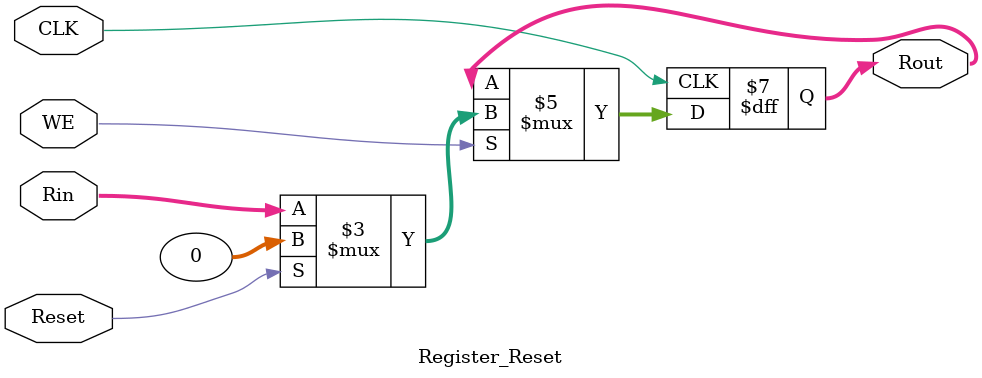
<source format=v>
`timescale 1ns / 1ps

module Register_Reset(
	 output reg [31:0] Rout,
	 input CLK, WE, Reset,
	 input [31:0] Rin
    );
	 
	 always @(posedge CLK)
	 begin
	 if (WE) begin
		if (Reset) begin
		    Rout <= 32'b00000000000000000000000000000000;
		end
		else begin
		    Rout <= Rin;
	   end
	 end
	 $monitor("PCout %d", Rout);
	 end


endmodule

</source>
